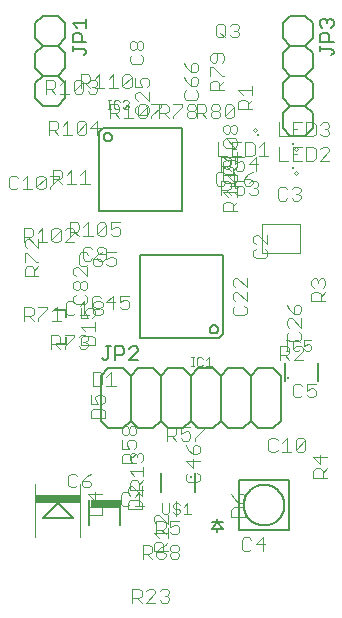
<source format=gbr>
G04 EAGLE Gerber RS-274X export*
G75*
%MOMM*%
%FSLAX34Y34*%
%LPD*%
%INSilkscreen Top*%
%IPPOS*%
%AMOC8*
5,1,8,0,0,1.08239X$1,22.5*%
G01*
%ADD10C,0.101600*%
%ADD11C,0.152400*%
%ADD12C,0.076200*%
%ADD13C,0.063400*%
%ADD14C,0.250000*%
%ADD15R,3.810000X0.635000*%
%ADD16C,0.127000*%
%ADD17C,0.200000*%
%ADD18C,0.100000*%
%ADD19C,0.203200*%
%ADD20R,2.450000X0.675000*%


D10*
X-8310Y443640D02*
X-10259Y445589D01*
X-14157Y445589D01*
X-16105Y443640D01*
X-16105Y435844D01*
X-14157Y433896D01*
X-10259Y433896D01*
X-8310Y435844D01*
X-4412Y441691D02*
X-514Y445589D01*
X-514Y433896D01*
X-4412Y433896D02*
X3384Y433896D01*
X7282Y435844D02*
X7282Y443640D01*
X9231Y445589D01*
X13129Y445589D01*
X15078Y443640D01*
X15078Y435844D01*
X13129Y433896D01*
X9231Y433896D01*
X7282Y435844D01*
X15078Y443640D01*
X18976Y445589D02*
X26772Y445589D01*
X26772Y443640D01*
X18976Y435844D01*
X18976Y433896D01*
X165105Y448764D02*
X167054Y446815D01*
X165105Y448764D02*
X161207Y448764D01*
X159258Y446815D01*
X159258Y439019D01*
X161207Y437071D01*
X165105Y437071D01*
X167054Y439019D01*
X170952Y444866D02*
X174850Y448764D01*
X174850Y437071D01*
X170952Y437071D02*
X178748Y437071D01*
X186544Y446815D02*
X190442Y448764D01*
X186544Y446815D02*
X182646Y442917D01*
X182646Y439019D01*
X184595Y437071D01*
X188493Y437071D01*
X190442Y439019D01*
X190442Y440968D01*
X188493Y442917D01*
X182646Y442917D01*
X92935Y505035D02*
X90986Y503086D01*
X90986Y499188D01*
X92935Y497239D01*
X100731Y497239D01*
X102680Y499188D01*
X102680Y503086D01*
X100731Y505035D01*
X102680Y508933D02*
X102680Y516728D01*
X102680Y508933D02*
X94884Y516728D01*
X92935Y516728D01*
X90986Y514779D01*
X90986Y510881D01*
X92935Y508933D01*
X90986Y520626D02*
X90986Y528422D01*
X90986Y520626D02*
X96833Y520626D01*
X94884Y524524D01*
X94884Y526473D01*
X96833Y528422D01*
X100731Y528422D01*
X102680Y526473D01*
X102680Y522575D01*
X100731Y520626D01*
X49061Y380502D02*
X51010Y378553D01*
X49061Y380502D02*
X45163Y380502D01*
X43214Y378553D01*
X43214Y370757D01*
X45163Y368808D01*
X49061Y368808D01*
X51010Y370757D01*
X58805Y378553D02*
X62703Y380502D01*
X58805Y378553D02*
X54908Y374655D01*
X54908Y370757D01*
X56856Y368808D01*
X60754Y368808D01*
X62703Y370757D01*
X62703Y372706D01*
X60754Y374655D01*
X54908Y374655D01*
X66601Y380502D02*
X74397Y380502D01*
X66601Y380502D02*
X66601Y374655D01*
X70499Y376604D01*
X72448Y376604D01*
X74397Y374655D01*
X74397Y370757D01*
X72448Y368808D01*
X68550Y368808D01*
X66601Y370757D01*
X132261Y515786D02*
X134210Y517735D01*
X132261Y515786D02*
X132261Y511888D01*
X134210Y509939D01*
X142006Y509939D01*
X143955Y511888D01*
X143955Y515786D01*
X142006Y517735D01*
X134210Y525530D02*
X132261Y529428D01*
X134210Y525530D02*
X138108Y521633D01*
X142006Y521633D01*
X143955Y523581D01*
X143955Y527479D01*
X142006Y529428D01*
X140057Y529428D01*
X138108Y527479D01*
X138108Y521633D01*
X134210Y537224D02*
X132261Y541122D01*
X134210Y537224D02*
X138108Y533326D01*
X142006Y533326D01*
X143955Y535275D01*
X143955Y539173D01*
X142006Y541122D01*
X140057Y541122D01*
X138108Y539173D01*
X138108Y533326D01*
X54908Y278902D02*
X54908Y267208D01*
X60755Y267208D01*
X62704Y269157D01*
X62704Y276953D01*
X60755Y278902D01*
X54908Y278902D01*
X66602Y275004D02*
X70499Y278902D01*
X70499Y267208D01*
X66602Y267208D02*
X74397Y267208D01*
X-3405Y389446D02*
X-3405Y401139D01*
X2442Y401139D01*
X4391Y399190D01*
X4391Y395292D01*
X2442Y393343D01*
X-3405Y393343D01*
X493Y393343D02*
X4391Y389446D01*
X8289Y397241D02*
X12186Y401139D01*
X12186Y389446D01*
X8289Y389446D02*
X16084Y389446D01*
X19982Y391394D02*
X19982Y399190D01*
X21931Y401139D01*
X25829Y401139D01*
X27778Y399190D01*
X27778Y391394D01*
X25829Y389446D01*
X21931Y389446D01*
X19982Y391394D01*
X27778Y399190D01*
X31676Y389446D02*
X39472Y389446D01*
X39472Y397241D02*
X31676Y389446D01*
X39472Y397241D02*
X39472Y399190D01*
X37523Y401139D01*
X33625Y401139D01*
X31676Y399190D01*
X15645Y514858D02*
X15645Y526552D01*
X21492Y526552D01*
X23441Y524603D01*
X23441Y520705D01*
X21492Y518756D01*
X15645Y518756D01*
X19543Y518756D02*
X23441Y514858D01*
X27339Y522654D02*
X31236Y526552D01*
X31236Y514858D01*
X27339Y514858D02*
X35134Y514858D01*
X39032Y516807D02*
X39032Y524603D01*
X40981Y526552D01*
X44879Y526552D01*
X46828Y524603D01*
X46828Y516807D01*
X44879Y514858D01*
X40981Y514858D01*
X39032Y516807D01*
X46828Y524603D01*
X50726Y524603D02*
X52675Y526552D01*
X56573Y526552D01*
X58522Y524603D01*
X58522Y522654D01*
X56573Y520705D01*
X54624Y520705D01*
X56573Y520705D02*
X58522Y518756D01*
X58522Y516807D01*
X56573Y514858D01*
X52675Y514858D01*
X50726Y516807D01*
X17971Y491627D02*
X17971Y479933D01*
X17971Y491627D02*
X23817Y491627D01*
X25766Y489678D01*
X25766Y485780D01*
X23817Y483831D01*
X17971Y483831D01*
X21868Y483831D02*
X25766Y479933D01*
X29664Y487729D02*
X33562Y491627D01*
X33562Y479933D01*
X29664Y479933D02*
X37460Y479933D01*
X41358Y481882D02*
X41358Y489678D01*
X43307Y491627D01*
X47205Y491627D01*
X49154Y489678D01*
X49154Y481882D01*
X47205Y479933D01*
X43307Y479933D01*
X41358Y481882D01*
X49154Y489678D01*
X58899Y491627D02*
X58899Y479933D01*
X53052Y485780D02*
X58899Y491627D01*
X60848Y485780D02*
X53052Y485780D01*
X35433Y405902D02*
X35433Y394208D01*
X35433Y405902D02*
X41280Y405902D01*
X43229Y403953D01*
X43229Y400055D01*
X41280Y398106D01*
X35433Y398106D01*
X39331Y398106D02*
X43229Y394208D01*
X47127Y402004D02*
X51025Y405902D01*
X51025Y394208D01*
X47127Y394208D02*
X54923Y394208D01*
X58821Y396157D02*
X58821Y403953D01*
X60770Y405902D01*
X64668Y405902D01*
X66617Y403953D01*
X66617Y396157D01*
X64668Y394208D01*
X60770Y394208D01*
X58821Y396157D01*
X66617Y403953D01*
X70515Y405902D02*
X78311Y405902D01*
X70515Y405902D02*
X70515Y400055D01*
X74413Y402004D01*
X76362Y402004D01*
X78311Y400055D01*
X78311Y396157D01*
X76362Y394208D01*
X72464Y394208D01*
X70515Y396157D01*
X69620Y494221D02*
X69620Y505914D01*
X75467Y505914D01*
X77416Y503965D01*
X77416Y500067D01*
X75467Y498118D01*
X69620Y498118D01*
X73518Y498118D02*
X77416Y494221D01*
X81314Y502016D02*
X85211Y505914D01*
X85211Y494221D01*
X81314Y494221D02*
X89109Y494221D01*
X93007Y496169D02*
X93007Y503965D01*
X94956Y505914D01*
X98854Y505914D01*
X100803Y503965D01*
X100803Y496169D01*
X98854Y494221D01*
X94956Y494221D01*
X93007Y496169D01*
X100803Y503965D01*
X104701Y505914D02*
X112497Y505914D01*
X112497Y503965D01*
X104701Y496169D01*
X104701Y494221D01*
X165598Y445857D02*
X177292Y445857D01*
X165598Y445857D02*
X165598Y451704D01*
X167547Y453653D01*
X171445Y453653D01*
X173394Y451704D01*
X173394Y445857D01*
X173394Y449755D02*
X177292Y453653D01*
X169496Y457551D02*
X165598Y461449D01*
X177292Y461449D01*
X177292Y457551D02*
X177292Y465347D01*
X175343Y469245D02*
X167547Y469245D01*
X165598Y471194D01*
X165598Y475092D01*
X167547Y477041D01*
X175343Y477041D01*
X177292Y475092D01*
X177292Y471194D01*
X175343Y469245D01*
X167547Y477041D01*
X167547Y480939D02*
X165598Y482888D01*
X165598Y486786D01*
X167547Y488735D01*
X169496Y488735D01*
X171445Y486786D01*
X173394Y488735D01*
X175343Y488735D01*
X177292Y486786D01*
X177292Y482888D01*
X175343Y480939D01*
X173394Y480939D01*
X171445Y482888D01*
X169496Y480939D01*
X167547Y480939D01*
X171445Y482888D02*
X171445Y486786D01*
X177292Y415695D02*
X165598Y415695D01*
X165598Y421542D01*
X167547Y423491D01*
X171445Y423491D01*
X173394Y421542D01*
X173394Y415695D01*
X173394Y419593D02*
X177292Y423491D01*
X169496Y427389D02*
X165598Y431286D01*
X177292Y431286D01*
X177292Y427389D02*
X177292Y435184D01*
X175343Y439082D02*
X167547Y439082D01*
X165598Y441031D01*
X165598Y444929D01*
X167547Y446878D01*
X175343Y446878D01*
X177292Y444929D01*
X177292Y441031D01*
X175343Y439082D01*
X167547Y446878D01*
X175343Y450776D02*
X177292Y452725D01*
X177292Y456623D01*
X175343Y458572D01*
X167547Y458572D01*
X165598Y456623D01*
X165598Y452725D01*
X167547Y450776D01*
X169496Y450776D01*
X171445Y452725D01*
X171445Y458572D01*
X44958Y519621D02*
X44958Y531314D01*
X50805Y531314D01*
X52754Y529365D01*
X52754Y525467D01*
X50805Y523518D01*
X44958Y523518D01*
X48856Y523518D02*
X52754Y519621D01*
X56652Y527416D02*
X60550Y531314D01*
X60550Y519621D01*
X56652Y519621D02*
X64448Y519621D01*
X68346Y527416D02*
X72244Y531314D01*
X72244Y519621D01*
X68346Y519621D02*
X76142Y519621D01*
X80040Y521569D02*
X80040Y529365D01*
X81989Y531314D01*
X85887Y531314D01*
X87836Y529365D01*
X87836Y521569D01*
X85887Y519621D01*
X81989Y519621D01*
X80040Y521569D01*
X87836Y529365D01*
X-2824Y334464D02*
X-2824Y322771D01*
X-2824Y334464D02*
X3023Y334464D01*
X4972Y332515D01*
X4972Y328617D01*
X3023Y326668D01*
X-2824Y326668D01*
X1074Y326668D02*
X4972Y322771D01*
X8870Y334464D02*
X16666Y334464D01*
X16666Y332515D01*
X8870Y324719D01*
X8870Y322771D01*
X20564Y330566D02*
X24462Y334464D01*
X24462Y322771D01*
X20564Y322771D02*
X28360Y322771D01*
X9017Y360871D02*
X-2677Y360871D01*
X-2677Y366717D01*
X-728Y368666D01*
X3170Y368666D01*
X5119Y366717D01*
X5119Y360871D01*
X5119Y364768D02*
X9017Y368666D01*
X-2677Y372564D02*
X-2677Y380360D01*
X-728Y380360D01*
X7068Y372564D01*
X9017Y372564D01*
X9017Y384258D02*
X9017Y392054D01*
X9017Y384258D02*
X1221Y392054D01*
X-728Y392054D01*
X-2677Y390105D01*
X-2677Y386207D01*
X-728Y384258D01*
X19558Y310652D02*
X19558Y298958D01*
X19558Y310652D02*
X25405Y310652D01*
X27354Y308703D01*
X27354Y304805D01*
X25405Y302856D01*
X19558Y302856D01*
X23456Y302856D02*
X27354Y298958D01*
X31252Y310652D02*
X39048Y310652D01*
X39048Y308703D01*
X31252Y300907D01*
X31252Y298958D01*
X42946Y308703D02*
X44895Y310652D01*
X48793Y310652D01*
X50742Y308703D01*
X50742Y306754D01*
X48793Y304805D01*
X46844Y304805D01*
X48793Y304805D02*
X50742Y302856D01*
X50742Y300907D01*
X48793Y298958D01*
X44895Y298958D01*
X42946Y300907D01*
X111476Y494221D02*
X111476Y505914D01*
X117323Y505914D01*
X119272Y503965D01*
X119272Y500067D01*
X117323Y498118D01*
X111476Y498118D01*
X115374Y498118D02*
X119272Y494221D01*
X123170Y505914D02*
X130966Y505914D01*
X130966Y503965D01*
X123170Y496169D01*
X123170Y494221D01*
X134864Y503965D02*
X136813Y505914D01*
X140711Y505914D01*
X142660Y503965D01*
X142660Y502016D01*
X140711Y500067D01*
X142660Y498118D01*
X142660Y496169D01*
X140711Y494221D01*
X136813Y494221D01*
X134864Y496169D01*
X134864Y498118D01*
X136813Y500067D01*
X134864Y502016D01*
X134864Y503965D01*
X136813Y500067D02*
X140711Y500067D01*
X154486Y517876D02*
X166180Y517876D01*
X154486Y517876D02*
X154486Y523723D01*
X156435Y525672D01*
X160333Y525672D01*
X162282Y523723D01*
X162282Y517876D01*
X162282Y521774D02*
X166180Y525672D01*
X154486Y529570D02*
X154486Y537366D01*
X156435Y537366D01*
X164231Y529570D01*
X166180Y529570D01*
X164231Y541264D02*
X166180Y543213D01*
X166180Y547111D01*
X164231Y549060D01*
X156435Y549060D01*
X154486Y547111D01*
X154486Y543213D01*
X156435Y541264D01*
X158384Y541264D01*
X160333Y543213D01*
X160333Y549060D01*
X143226Y505914D02*
X143226Y494221D01*
X143226Y505914D02*
X149073Y505914D01*
X151022Y503965D01*
X151022Y500067D01*
X149073Y498118D01*
X143226Y498118D01*
X147124Y498118D02*
X151022Y494221D01*
X154920Y503965D02*
X156869Y505914D01*
X160767Y505914D01*
X162716Y503965D01*
X162716Y502016D01*
X160767Y500067D01*
X162716Y498118D01*
X162716Y496169D01*
X160767Y494221D01*
X156869Y494221D01*
X154920Y496169D01*
X154920Y498118D01*
X156869Y500067D01*
X154920Y502016D01*
X154920Y503965D01*
X156869Y500067D02*
X160767Y500067D01*
X166614Y496169D02*
X166614Y503965D01*
X168563Y505914D01*
X172461Y505914D01*
X174410Y503965D01*
X174410Y496169D01*
X172461Y494221D01*
X168563Y494221D01*
X166614Y496169D01*
X174410Y503965D01*
D11*
X130300Y485900D02*
X130300Y415800D01*
X60200Y415800D01*
X60200Y482350D01*
X63750Y485900D02*
X130300Y485900D01*
X63750Y485900D02*
X60200Y482350D01*
X64226Y478282D02*
X64228Y478401D01*
X64234Y478521D01*
X64244Y478640D01*
X64258Y478758D01*
X64276Y478876D01*
X64297Y478994D01*
X64323Y479110D01*
X64352Y479226D01*
X64386Y479341D01*
X64423Y479454D01*
X64464Y479566D01*
X64508Y479677D01*
X64556Y479787D01*
X64608Y479894D01*
X64663Y480000D01*
X64722Y480104D01*
X64785Y480206D01*
X64850Y480305D01*
X64919Y480403D01*
X64991Y480498D01*
X65066Y480591D01*
X65145Y480681D01*
X65226Y480769D01*
X65310Y480853D01*
X65397Y480935D01*
X65486Y481014D01*
X65578Y481090D01*
X65673Y481163D01*
X65770Y481233D01*
X65869Y481299D01*
X65971Y481362D01*
X66074Y481422D01*
X66179Y481478D01*
X66286Y481531D01*
X66395Y481580D01*
X66506Y481626D01*
X66618Y481667D01*
X66731Y481705D01*
X66845Y481740D01*
X66961Y481770D01*
X67077Y481797D01*
X67194Y481819D01*
X67312Y481838D01*
X67431Y481853D01*
X67550Y481864D01*
X67669Y481871D01*
X67788Y481874D01*
X67908Y481873D01*
X68027Y481868D01*
X68146Y481859D01*
X68265Y481846D01*
X68383Y481829D01*
X68500Y481809D01*
X68617Y481784D01*
X68733Y481755D01*
X68848Y481723D01*
X68962Y481687D01*
X69075Y481647D01*
X69186Y481603D01*
X69295Y481556D01*
X69403Y481505D01*
X69510Y481451D01*
X69614Y481393D01*
X69716Y481331D01*
X69817Y481267D01*
X69915Y481198D01*
X70011Y481127D01*
X70104Y481053D01*
X70195Y480975D01*
X70283Y480895D01*
X70368Y480811D01*
X70451Y480725D01*
X70531Y480636D01*
X70608Y480545D01*
X70681Y480451D01*
X70752Y480354D01*
X70819Y480256D01*
X70883Y480155D01*
X70944Y480052D01*
X71001Y479947D01*
X71054Y479841D01*
X71104Y479732D01*
X71151Y479622D01*
X71193Y479511D01*
X71232Y479398D01*
X71268Y479284D01*
X71299Y479168D01*
X71326Y479052D01*
X71350Y478935D01*
X71370Y478817D01*
X71386Y478699D01*
X71398Y478580D01*
X71406Y478461D01*
X71410Y478342D01*
X71410Y478222D01*
X71406Y478103D01*
X71398Y477984D01*
X71386Y477865D01*
X71370Y477747D01*
X71350Y477629D01*
X71326Y477512D01*
X71299Y477396D01*
X71268Y477280D01*
X71232Y477166D01*
X71193Y477053D01*
X71151Y476942D01*
X71104Y476832D01*
X71054Y476723D01*
X71001Y476617D01*
X70944Y476512D01*
X70883Y476409D01*
X70819Y476308D01*
X70752Y476210D01*
X70681Y476113D01*
X70608Y476019D01*
X70531Y475928D01*
X70451Y475839D01*
X70368Y475753D01*
X70283Y475669D01*
X70195Y475589D01*
X70104Y475511D01*
X70011Y475437D01*
X69915Y475366D01*
X69817Y475297D01*
X69716Y475233D01*
X69614Y475171D01*
X69510Y475113D01*
X69403Y475059D01*
X69295Y475008D01*
X69186Y474961D01*
X69075Y474917D01*
X68962Y474877D01*
X68848Y474841D01*
X68733Y474809D01*
X68617Y474780D01*
X68500Y474755D01*
X68383Y474735D01*
X68265Y474718D01*
X68146Y474705D01*
X68027Y474696D01*
X67908Y474691D01*
X67788Y474690D01*
X67669Y474693D01*
X67550Y474700D01*
X67431Y474711D01*
X67312Y474726D01*
X67194Y474745D01*
X67077Y474767D01*
X66961Y474794D01*
X66845Y474824D01*
X66731Y474859D01*
X66618Y474897D01*
X66506Y474938D01*
X66395Y474984D01*
X66286Y475033D01*
X66179Y475086D01*
X66074Y475142D01*
X65971Y475202D01*
X65869Y475265D01*
X65770Y475331D01*
X65673Y475401D01*
X65578Y475474D01*
X65486Y475550D01*
X65397Y475629D01*
X65310Y475711D01*
X65226Y475795D01*
X65145Y475883D01*
X65066Y475973D01*
X64991Y476066D01*
X64919Y476161D01*
X64850Y476259D01*
X64785Y476358D01*
X64722Y476460D01*
X64663Y476564D01*
X64608Y476670D01*
X64556Y476777D01*
X64508Y476887D01*
X64464Y476998D01*
X64423Y477110D01*
X64386Y477223D01*
X64352Y477338D01*
X64323Y477454D01*
X64297Y477570D01*
X64276Y477688D01*
X64258Y477806D01*
X64244Y477924D01*
X64234Y478043D01*
X64228Y478163D01*
X64226Y478282D01*
D12*
X67945Y502031D02*
X70402Y502031D01*
X69174Y502031D02*
X69174Y509403D01*
X70402Y509403D02*
X67945Y509403D01*
X76621Y509403D02*
X77849Y508175D01*
X76621Y509403D02*
X74163Y509403D01*
X72934Y508175D01*
X72934Y503260D01*
X74163Y502031D01*
X76621Y502031D01*
X77849Y503260D01*
X80419Y508175D02*
X81647Y509403D01*
X84105Y509403D01*
X85333Y508175D01*
X85333Y506946D01*
X84105Y505717D01*
X82876Y505717D01*
X84105Y505717D02*
X85333Y504488D01*
X85333Y503260D01*
X84105Y502031D01*
X81647Y502031D01*
X80419Y503260D01*
D10*
X192947Y383379D02*
X190998Y381430D01*
X190998Y377532D01*
X192947Y375583D01*
X200743Y375583D01*
X202692Y377532D01*
X202692Y381430D01*
X200743Y383379D01*
X202692Y387277D02*
X202692Y395072D01*
X202692Y387277D02*
X194896Y395072D01*
X192947Y395072D01*
X190998Y393123D01*
X190998Y389225D01*
X192947Y387277D01*
X219441Y434115D02*
X217492Y436064D01*
X213594Y436064D01*
X211646Y434115D01*
X211646Y426319D01*
X213594Y424371D01*
X217492Y424371D01*
X219441Y426319D01*
X223339Y434115D02*
X225288Y436064D01*
X229186Y436064D01*
X231135Y434115D01*
X231135Y432166D01*
X229186Y430217D01*
X227237Y430217D01*
X229186Y430217D02*
X231135Y428268D01*
X231135Y426319D01*
X229186Y424371D01*
X225288Y424371D01*
X223339Y426319D01*
X221522Y312947D02*
X219573Y310998D01*
X219573Y307100D01*
X221522Y305151D01*
X229318Y305151D01*
X231267Y307100D01*
X231267Y310998D01*
X229318Y312947D01*
X231267Y316845D02*
X231267Y324641D01*
X231267Y316845D02*
X223471Y324641D01*
X221522Y324641D01*
X219573Y322692D01*
X219573Y318794D01*
X221522Y316845D01*
X221522Y332437D02*
X219573Y336335D01*
X221522Y332437D02*
X225420Y328539D01*
X229318Y328539D01*
X231267Y330488D01*
X231267Y334386D01*
X229318Y336335D01*
X227369Y336335D01*
X225420Y334386D01*
X225420Y328539D01*
X21146Y438658D02*
X21146Y450352D01*
X26992Y450352D01*
X28941Y448403D01*
X28941Y444505D01*
X26992Y442556D01*
X21146Y442556D01*
X25043Y442556D02*
X28941Y438658D01*
X32839Y446454D02*
X36737Y450352D01*
X36737Y438658D01*
X32839Y438658D02*
X40635Y438658D01*
X44533Y446454D02*
X48431Y450352D01*
X48431Y438658D01*
X44533Y438658D02*
X52329Y438658D01*
X40547Y344697D02*
X38598Y342748D01*
X38598Y338850D01*
X40547Y336901D01*
X48343Y336901D01*
X50292Y338850D01*
X50292Y342748D01*
X48343Y344697D01*
X40547Y348595D02*
X38598Y350544D01*
X38598Y354442D01*
X40547Y356391D01*
X42496Y356391D01*
X44445Y354442D01*
X46394Y356391D01*
X48343Y356391D01*
X50292Y354442D01*
X50292Y350544D01*
X48343Y348595D01*
X46394Y348595D01*
X44445Y350544D01*
X42496Y348595D01*
X40547Y348595D01*
X44445Y350544D02*
X44445Y354442D01*
X50292Y360289D02*
X50292Y368085D01*
X50292Y360289D02*
X42496Y368085D01*
X40547Y368085D01*
X38598Y366136D01*
X38598Y362238D01*
X40547Y360289D01*
X60330Y343989D02*
X62279Y342040D01*
X60330Y343989D02*
X56432Y343989D01*
X54483Y342040D01*
X54483Y334244D01*
X56432Y332296D01*
X60330Y332296D01*
X62279Y334244D01*
X72024Y332296D02*
X72024Y343989D01*
X66177Y338142D01*
X73973Y338142D01*
X77871Y343989D02*
X85667Y343989D01*
X77871Y343989D02*
X77871Y338142D01*
X81769Y340091D01*
X83718Y340091D01*
X85667Y338142D01*
X85667Y334244D01*
X83718Y332296D01*
X79820Y332296D01*
X77871Y334244D01*
D11*
X32004Y331724D02*
X23876Y331724D01*
X32004Y331724D02*
X32004Y326136D01*
X32004Y303276D02*
X23876Y303276D01*
X32004Y303276D02*
X32004Y308864D01*
D10*
X44948Y301976D02*
X56642Y301976D01*
X56642Y307823D01*
X54693Y309772D01*
X46897Y309772D01*
X44948Y307823D01*
X44948Y301976D01*
X48846Y313670D02*
X44948Y317568D01*
X56642Y317568D01*
X56642Y313670D02*
X56642Y321466D01*
X44948Y325364D02*
X44948Y333160D01*
X44948Y325364D02*
X50795Y325364D01*
X48846Y329262D01*
X48846Y331211D01*
X50795Y333160D01*
X54693Y333160D01*
X56642Y331211D01*
X56642Y327313D01*
X54693Y325364D01*
X163864Y429133D02*
X163864Y440827D01*
X169711Y440827D01*
X171660Y438878D01*
X171660Y434980D01*
X169711Y433031D01*
X163864Y433031D01*
X167762Y433031D02*
X171660Y429133D01*
X175558Y440827D02*
X183353Y440827D01*
X175558Y440827D02*
X175558Y434980D01*
X179455Y436929D01*
X181404Y436929D01*
X183353Y434980D01*
X183353Y431082D01*
X181404Y429133D01*
X177506Y429133D01*
X175558Y431082D01*
X187251Y438878D02*
X189200Y440827D01*
X193098Y440827D01*
X195047Y438878D01*
X195047Y436929D01*
X193098Y434980D01*
X191149Y434980D01*
X193098Y434980D02*
X195047Y433031D01*
X195047Y431082D01*
X193098Y429133D01*
X189200Y429133D01*
X187251Y431082D01*
D13*
X225263Y447425D02*
X227013Y449175D01*
X228513Y447675D01*
X226763Y445925D01*
X225263Y447425D01*
D14*
X224263Y451675D03*
D10*
X212521Y458183D02*
X212521Y469877D01*
X212521Y458183D02*
X220316Y458183D01*
X224214Y469877D02*
X232010Y469877D01*
X224214Y469877D02*
X224214Y458183D01*
X232010Y458183D01*
X228112Y464030D02*
X224214Y464030D01*
X235908Y469877D02*
X235908Y458183D01*
X241755Y458183D01*
X243704Y460132D01*
X243704Y467928D01*
X241755Y469877D01*
X235908Y469877D01*
X247602Y458183D02*
X255398Y458183D01*
X247602Y458183D02*
X255398Y465979D01*
X255398Y467928D01*
X253449Y469877D01*
X249551Y469877D01*
X247602Y467928D01*
X163864Y461464D02*
X163864Y449771D01*
X163864Y461464D02*
X169711Y461464D01*
X171660Y459515D01*
X171660Y455617D01*
X169711Y453668D01*
X163864Y453668D01*
X167762Y453668D02*
X171660Y449771D01*
X175558Y461464D02*
X183353Y461464D01*
X175558Y461464D02*
X175558Y455617D01*
X179455Y457566D01*
X181404Y457566D01*
X183353Y455617D01*
X183353Y451719D01*
X181404Y449771D01*
X177506Y449771D01*
X175558Y451719D01*
X193098Y449771D02*
X193098Y461464D01*
X187251Y455617D01*
X195047Y455617D01*
D13*
X225263Y468063D02*
X227013Y469813D01*
X228513Y468313D01*
X226763Y466563D01*
X225263Y468063D01*
D14*
X224263Y472313D03*
D10*
X212521Y478821D02*
X212521Y490514D01*
X212521Y478821D02*
X220316Y478821D01*
X224214Y490514D02*
X232010Y490514D01*
X224214Y490514D02*
X224214Y478821D01*
X232010Y478821D01*
X228112Y484667D02*
X224214Y484667D01*
X235908Y478821D02*
X235908Y490514D01*
X235908Y478821D02*
X241755Y478821D01*
X243704Y480769D01*
X243704Y488565D01*
X241755Y490514D01*
X235908Y490514D01*
X247602Y488565D02*
X249551Y490514D01*
X253449Y490514D01*
X255398Y488565D01*
X255398Y486616D01*
X253449Y484667D01*
X251500Y484667D01*
X253449Y484667D02*
X255398Y482718D01*
X255398Y480769D01*
X253449Y478821D01*
X249551Y478821D01*
X247602Y480769D01*
X97189Y132852D02*
X97189Y121158D01*
X97189Y132852D02*
X103036Y132852D01*
X104985Y130903D01*
X104985Y127005D01*
X103036Y125056D01*
X97189Y125056D01*
X101087Y125056D02*
X104985Y121158D01*
X112780Y130903D02*
X116678Y132852D01*
X112780Y130903D02*
X108883Y127005D01*
X108883Y123107D01*
X110831Y121158D01*
X114729Y121158D01*
X116678Y123107D01*
X116678Y125056D01*
X114729Y127005D01*
X108883Y127005D01*
X120576Y130903D02*
X122525Y132852D01*
X126423Y132852D01*
X128372Y130903D01*
X128372Y128954D01*
X126423Y127005D01*
X128372Y125056D01*
X128372Y123107D01*
X126423Y121158D01*
X122525Y121158D01*
X120576Y123107D01*
X120576Y125056D01*
X122525Y127005D01*
X120576Y128954D01*
X120576Y130903D01*
X122525Y127005D02*
X126423Y127005D01*
X39897Y337278D02*
X37948Y339227D01*
X34050Y339227D01*
X32101Y337278D01*
X32101Y329482D01*
X34050Y327533D01*
X37948Y327533D01*
X39897Y329482D01*
X43795Y335329D02*
X47693Y339227D01*
X47693Y327533D01*
X43795Y327533D02*
X51591Y327533D01*
X55489Y337278D02*
X57438Y339227D01*
X61336Y339227D01*
X63285Y337278D01*
X63285Y335329D01*
X61336Y333380D01*
X63285Y331431D01*
X63285Y329482D01*
X61336Y327533D01*
X57438Y327533D01*
X55489Y329482D01*
X55489Y331431D01*
X57438Y333380D01*
X55489Y335329D01*
X55489Y337278D01*
X57438Y333380D02*
X61336Y333380D01*
X173536Y333380D02*
X175485Y335329D01*
X173536Y333380D02*
X173536Y329482D01*
X175485Y327533D01*
X183281Y327533D01*
X185230Y329482D01*
X185230Y333380D01*
X183281Y335329D01*
X185230Y339227D02*
X185230Y347023D01*
X185230Y339227D02*
X177434Y347023D01*
X175485Y347023D01*
X173536Y345074D01*
X173536Y341176D01*
X175485Y339227D01*
X185230Y350921D02*
X185230Y358717D01*
X185230Y350921D02*
X177434Y358717D01*
X175485Y358717D01*
X173536Y356768D01*
X173536Y352870D01*
X175485Y350921D01*
X6200Y184325D02*
X6200Y139525D01*
X44600Y139525D02*
X44600Y184325D01*
D15*
X25400Y171450D03*
D16*
X25400Y168275D02*
X12700Y155575D01*
X38100Y155575D01*
X25400Y168275D01*
D10*
X51298Y158095D02*
X62992Y158095D01*
X62992Y163942D01*
X61043Y165891D01*
X53247Y165891D01*
X51298Y163942D01*
X51298Y158095D01*
X51298Y175636D02*
X62992Y175636D01*
X57145Y169789D02*
X51298Y175636D01*
X57145Y177585D02*
X57145Y169789D01*
X178298Y502158D02*
X189992Y502158D01*
X178298Y502158D02*
X178298Y508005D01*
X180247Y509954D01*
X184145Y509954D01*
X186094Y508005D01*
X186094Y502158D01*
X186094Y506056D02*
X189992Y509954D01*
X182196Y513852D02*
X178298Y517750D01*
X189992Y517750D01*
X189992Y513852D02*
X189992Y521648D01*
D13*
X193838Y484438D02*
X192088Y482688D01*
X190588Y484188D01*
X192338Y485938D01*
X193838Y484438D01*
D14*
X194838Y480188D03*
D10*
X160820Y473689D02*
X160820Y461996D01*
X168616Y461996D01*
X172514Y473689D02*
X180309Y473689D01*
X172514Y473689D02*
X172514Y461996D01*
X180309Y461996D01*
X176411Y467842D02*
X172514Y467842D01*
X184207Y461996D02*
X184207Y473689D01*
X184207Y461996D02*
X190054Y461996D01*
X192003Y463944D01*
X192003Y471740D01*
X190054Y473689D01*
X184207Y473689D01*
X195901Y469791D02*
X199799Y473689D01*
X199799Y461996D01*
X195901Y461996D02*
X203697Y461996D01*
X88614Y95627D02*
X88614Y83933D01*
X88614Y95627D02*
X94461Y95627D01*
X96410Y93678D01*
X96410Y89780D01*
X94461Y87831D01*
X88614Y87831D01*
X92512Y87831D02*
X96410Y83933D01*
X100308Y83933D02*
X108103Y83933D01*
X100308Y83933D02*
X108103Y91729D01*
X108103Y93678D01*
X106154Y95627D01*
X102256Y95627D01*
X100308Y93678D01*
X112001Y93678D02*
X113950Y95627D01*
X117848Y95627D01*
X119797Y93678D01*
X119797Y91729D01*
X117848Y89780D01*
X115899Y89780D01*
X117848Y89780D02*
X119797Y87831D01*
X119797Y85882D01*
X117848Y83933D01*
X113950Y83933D01*
X112001Y85882D01*
X133848Y192092D02*
X135797Y194041D01*
X133848Y192092D02*
X133848Y188194D01*
X135797Y186246D01*
X143593Y186246D01*
X145542Y188194D01*
X145542Y192092D01*
X143593Y194041D01*
X145542Y203786D02*
X133848Y203786D01*
X139695Y197939D01*
X139695Y205735D01*
X135797Y213531D02*
X133848Y217429D01*
X135797Y213531D02*
X139695Y209633D01*
X143593Y209633D01*
X145542Y211582D01*
X145542Y215480D01*
X143593Y217429D01*
X141644Y217429D01*
X139695Y215480D01*
X139695Y209633D01*
X117983Y221171D02*
X117983Y232864D01*
X123830Y232864D01*
X125779Y230915D01*
X125779Y227017D01*
X123830Y225068D01*
X117983Y225068D01*
X121881Y225068D02*
X125779Y221171D01*
X129677Y232864D02*
X137473Y232864D01*
X129677Y232864D02*
X129677Y227017D01*
X133575Y228966D01*
X135524Y228966D01*
X137473Y227017D01*
X137473Y223119D01*
X135524Y221171D01*
X131626Y221171D01*
X129677Y223119D01*
X141371Y232864D02*
X149167Y232864D01*
X149167Y230915D01*
X141371Y223119D01*
X141371Y221171D01*
X91567Y202121D02*
X79873Y202121D01*
X79873Y207967D01*
X81822Y209916D01*
X85720Y209916D01*
X87669Y207967D01*
X87669Y202121D01*
X87669Y206018D02*
X91567Y209916D01*
X79873Y213814D02*
X79873Y221610D01*
X79873Y213814D02*
X85720Y213814D01*
X83771Y217712D01*
X83771Y219661D01*
X85720Y221610D01*
X89618Y221610D01*
X91567Y219661D01*
X91567Y215763D01*
X89618Y213814D01*
X81822Y225508D02*
X79873Y227457D01*
X79873Y231355D01*
X81822Y233304D01*
X83771Y233304D01*
X85720Y231355D01*
X87669Y233304D01*
X89618Y233304D01*
X91567Y231355D01*
X91567Y227457D01*
X89618Y225508D01*
X87669Y225508D01*
X85720Y227457D01*
X83771Y225508D01*
X81822Y225508D01*
X85720Y227457D02*
X85720Y231355D01*
X86223Y546105D02*
X88172Y548054D01*
X86223Y546105D02*
X86223Y542207D01*
X88172Y540258D01*
X95968Y540258D01*
X97917Y542207D01*
X97917Y546105D01*
X95968Y548054D01*
X88172Y551952D02*
X86223Y553901D01*
X86223Y557799D01*
X88172Y559748D01*
X90121Y559748D01*
X92070Y557799D01*
X94019Y559748D01*
X95968Y559748D01*
X97917Y557799D01*
X97917Y553901D01*
X95968Y551952D01*
X94019Y551952D01*
X92070Y553901D01*
X90121Y551952D01*
X88172Y551952D01*
X92070Y553901D02*
X92070Y557799D01*
D11*
X95125Y377950D02*
X95125Y307850D01*
X95125Y377950D02*
X165225Y377950D01*
X165225Y311400D01*
X161675Y307850D02*
X95125Y307850D01*
X161675Y307850D02*
X165225Y311400D01*
X154015Y315468D02*
X154017Y315587D01*
X154023Y315707D01*
X154033Y315826D01*
X154047Y315944D01*
X154065Y316062D01*
X154086Y316180D01*
X154112Y316296D01*
X154141Y316412D01*
X154175Y316527D01*
X154212Y316640D01*
X154253Y316752D01*
X154297Y316863D01*
X154345Y316973D01*
X154397Y317080D01*
X154452Y317186D01*
X154511Y317290D01*
X154574Y317392D01*
X154639Y317491D01*
X154708Y317589D01*
X154780Y317684D01*
X154855Y317777D01*
X154934Y317867D01*
X155015Y317955D01*
X155099Y318039D01*
X155186Y318121D01*
X155275Y318200D01*
X155367Y318276D01*
X155462Y318349D01*
X155559Y318419D01*
X155658Y318485D01*
X155760Y318548D01*
X155863Y318608D01*
X155968Y318664D01*
X156075Y318717D01*
X156184Y318766D01*
X156295Y318812D01*
X156407Y318853D01*
X156520Y318891D01*
X156634Y318926D01*
X156750Y318956D01*
X156866Y318983D01*
X156983Y319005D01*
X157101Y319024D01*
X157220Y319039D01*
X157339Y319050D01*
X157458Y319057D01*
X157577Y319060D01*
X157697Y319059D01*
X157816Y319054D01*
X157935Y319045D01*
X158054Y319032D01*
X158172Y319015D01*
X158289Y318995D01*
X158406Y318970D01*
X158522Y318941D01*
X158637Y318909D01*
X158751Y318873D01*
X158864Y318833D01*
X158975Y318789D01*
X159084Y318742D01*
X159192Y318691D01*
X159299Y318637D01*
X159403Y318579D01*
X159505Y318517D01*
X159606Y318453D01*
X159704Y318384D01*
X159800Y318313D01*
X159893Y318239D01*
X159984Y318161D01*
X160072Y318081D01*
X160157Y317997D01*
X160240Y317911D01*
X160320Y317822D01*
X160397Y317731D01*
X160470Y317637D01*
X160541Y317540D01*
X160608Y317442D01*
X160672Y317341D01*
X160733Y317238D01*
X160790Y317133D01*
X160843Y317027D01*
X160893Y316918D01*
X160940Y316808D01*
X160982Y316697D01*
X161021Y316584D01*
X161057Y316470D01*
X161088Y316354D01*
X161115Y316238D01*
X161139Y316121D01*
X161159Y316003D01*
X161175Y315885D01*
X161187Y315766D01*
X161195Y315647D01*
X161199Y315528D01*
X161199Y315408D01*
X161195Y315289D01*
X161187Y315170D01*
X161175Y315051D01*
X161159Y314933D01*
X161139Y314815D01*
X161115Y314698D01*
X161088Y314582D01*
X161057Y314466D01*
X161021Y314352D01*
X160982Y314239D01*
X160940Y314128D01*
X160893Y314018D01*
X160843Y313909D01*
X160790Y313803D01*
X160733Y313698D01*
X160672Y313595D01*
X160608Y313494D01*
X160541Y313396D01*
X160470Y313299D01*
X160397Y313205D01*
X160320Y313114D01*
X160240Y313025D01*
X160157Y312939D01*
X160072Y312855D01*
X159984Y312775D01*
X159893Y312697D01*
X159800Y312623D01*
X159704Y312552D01*
X159606Y312483D01*
X159505Y312419D01*
X159403Y312357D01*
X159299Y312299D01*
X159192Y312245D01*
X159084Y312194D01*
X158975Y312147D01*
X158864Y312103D01*
X158751Y312063D01*
X158637Y312027D01*
X158522Y311995D01*
X158406Y311966D01*
X158289Y311941D01*
X158172Y311921D01*
X158054Y311904D01*
X157935Y311891D01*
X157816Y311882D01*
X157697Y311877D01*
X157577Y311876D01*
X157458Y311879D01*
X157339Y311886D01*
X157220Y311897D01*
X157101Y311912D01*
X156983Y311931D01*
X156866Y311953D01*
X156750Y311980D01*
X156634Y312010D01*
X156520Y312045D01*
X156407Y312083D01*
X156295Y312124D01*
X156184Y312170D01*
X156075Y312219D01*
X155968Y312272D01*
X155863Y312328D01*
X155760Y312388D01*
X155658Y312451D01*
X155559Y312517D01*
X155462Y312587D01*
X155367Y312660D01*
X155275Y312736D01*
X155186Y312815D01*
X155099Y312897D01*
X155015Y312981D01*
X154934Y313069D01*
X154855Y313159D01*
X154780Y313252D01*
X154708Y313347D01*
X154639Y313445D01*
X154574Y313544D01*
X154511Y313646D01*
X154452Y313750D01*
X154397Y313856D01*
X154345Y313963D01*
X154297Y314073D01*
X154253Y314184D01*
X154212Y314296D01*
X154175Y314409D01*
X154141Y314524D01*
X154112Y314640D01*
X154086Y314756D01*
X154065Y314874D01*
X154047Y314992D01*
X154033Y315110D01*
X154023Y315229D01*
X154017Y315349D01*
X154015Y315468D01*
D12*
X140742Y284353D02*
X138284Y284353D01*
X139513Y284353D02*
X139513Y291725D01*
X138284Y291725D02*
X140742Y291725D01*
X146960Y291725D02*
X148189Y290497D01*
X146960Y291725D02*
X144502Y291725D01*
X143274Y290497D01*
X143274Y285582D01*
X144502Y284353D01*
X146960Y284353D01*
X148189Y285582D01*
X150758Y289268D02*
X153215Y291725D01*
X153215Y284353D01*
X150758Y284353D02*
X155673Y284353D01*
D11*
X31750Y561975D02*
X31750Y574675D01*
X31750Y561975D02*
X25400Y555625D01*
X12700Y555625D01*
X6350Y561975D01*
X25400Y555625D02*
X31750Y549275D01*
X31750Y536575D01*
X25400Y530225D01*
X12700Y530225D01*
X6350Y536575D01*
X6350Y549275D01*
X12700Y555625D01*
X12700Y581025D02*
X25400Y581025D01*
X31750Y574675D01*
X12700Y581025D02*
X6350Y574675D01*
X6350Y561975D01*
X25400Y530225D02*
X31750Y523875D01*
X31750Y511175D01*
X25400Y504825D01*
X12700Y504825D01*
X6350Y511175D01*
X6350Y523875D01*
X12700Y530225D01*
D16*
X47496Y547340D02*
X49403Y549247D01*
X49403Y551153D01*
X47496Y553060D01*
X37963Y553060D01*
X37963Y551153D02*
X37963Y554967D01*
X37963Y559034D02*
X49403Y559034D01*
X37963Y559034D02*
X37963Y564754D01*
X39870Y566661D01*
X43683Y566661D01*
X45590Y564754D01*
X45590Y559034D01*
X41777Y570728D02*
X37963Y574541D01*
X49403Y574541D01*
X49403Y570728D02*
X49403Y578354D01*
D11*
X217545Y287210D02*
X217545Y271590D01*
X245995Y271590D02*
X245995Y287210D01*
D17*
X220275Y274400D03*
D10*
X221364Y296928D02*
X218313Y296928D01*
X219838Y296928D02*
X219838Y306080D01*
X218313Y306080D02*
X221364Y306080D01*
X229126Y306080D02*
X230651Y304555D01*
X229126Y306080D02*
X226075Y306080D01*
X224550Y304555D01*
X224550Y298453D01*
X226075Y296928D01*
X229126Y296928D01*
X230651Y298453D01*
X233905Y306080D02*
X240006Y306080D01*
X233905Y306080D02*
X233905Y301504D01*
X236956Y303029D01*
X238481Y303029D01*
X240006Y301504D01*
X240006Y298453D01*
X238481Y296928D01*
X235430Y296928D01*
X233905Y298453D01*
X213658Y301127D02*
X213658Y289433D01*
X213658Y301127D02*
X219505Y301127D01*
X221454Y299178D01*
X221454Y295280D01*
X219505Y293331D01*
X213658Y293331D01*
X217556Y293331D02*
X221454Y289433D01*
X225352Y289433D02*
X233147Y289433D01*
X225352Y289433D02*
X233147Y297229D01*
X233147Y299178D01*
X231198Y301127D01*
X227300Y301127D01*
X225352Y299178D01*
X240211Y339070D02*
X251905Y339070D01*
X240211Y339070D02*
X240211Y344917D01*
X242160Y346866D01*
X246058Y346866D01*
X248007Y344917D01*
X248007Y339070D01*
X248007Y342968D02*
X251905Y346866D01*
X242160Y350764D02*
X240211Y352713D01*
X240211Y356611D01*
X242160Y358560D01*
X244109Y358560D01*
X246058Y356611D01*
X246058Y354662D01*
X246058Y356611D02*
X248007Y358560D01*
X249956Y358560D01*
X251905Y356611D01*
X251905Y352713D01*
X249956Y350764D01*
X230192Y269377D02*
X232141Y267428D01*
X230192Y269377D02*
X226294Y269377D01*
X224346Y267428D01*
X224346Y259632D01*
X226294Y257683D01*
X230192Y257683D01*
X232141Y259632D01*
X236039Y269377D02*
X243835Y269377D01*
X236039Y269377D02*
X236039Y263530D01*
X239937Y265479D01*
X241886Y265479D01*
X243835Y263530D01*
X243835Y259632D01*
X241886Y257683D01*
X237988Y257683D01*
X236039Y259632D01*
X54341Y383315D02*
X52392Y385264D01*
X48494Y385264D01*
X46546Y383315D01*
X46546Y375519D01*
X48494Y373571D01*
X52392Y373571D01*
X54341Y375519D01*
X58239Y375519D02*
X60188Y373571D01*
X64086Y373571D01*
X66035Y375519D01*
X66035Y383315D01*
X64086Y385264D01*
X60188Y385264D01*
X58239Y383315D01*
X58239Y381366D01*
X60188Y379417D01*
X66035Y379417D01*
D11*
X234950Y530225D02*
X241300Y523875D01*
X241300Y511175D01*
X234950Y504825D01*
X222250Y504825D01*
X215900Y511175D01*
X215900Y523875D01*
X222250Y530225D01*
X241300Y561975D02*
X241300Y574675D01*
X241300Y561975D02*
X234950Y555625D01*
X222250Y555625D01*
X215900Y561975D01*
X234950Y555625D02*
X241300Y549275D01*
X241300Y536575D01*
X234950Y530225D01*
X222250Y530225D01*
X215900Y536575D01*
X215900Y549275D01*
X222250Y555625D01*
X222250Y581025D02*
X234950Y581025D01*
X241300Y574675D01*
X222250Y581025D02*
X215900Y574675D01*
X215900Y561975D01*
X241300Y498475D02*
X241300Y485775D01*
X234950Y479425D01*
X222250Y479425D01*
X215900Y485775D01*
X234950Y504825D02*
X241300Y498475D01*
X222250Y504825D02*
X215900Y498475D01*
X215900Y485775D01*
D16*
X257046Y547340D02*
X258953Y549247D01*
X258953Y551153D01*
X257046Y553060D01*
X247513Y553060D01*
X247513Y551153D02*
X247513Y554967D01*
X247513Y559034D02*
X258953Y559034D01*
X247513Y559034D02*
X247513Y564754D01*
X249420Y566661D01*
X253233Y566661D01*
X255140Y564754D01*
X255140Y559034D01*
X249420Y570728D02*
X247513Y572635D01*
X247513Y576448D01*
X249420Y578354D01*
X251327Y578354D01*
X253233Y576448D01*
X253233Y574541D01*
X253233Y576448D02*
X255140Y578354D01*
X257046Y578354D01*
X258953Y576448D01*
X258953Y572635D01*
X257046Y570728D01*
D10*
X253492Y189845D02*
X241798Y189845D01*
X241798Y195692D01*
X243747Y197641D01*
X247645Y197641D01*
X249594Y195692D01*
X249594Y189845D01*
X249594Y193743D02*
X253492Y197641D01*
X253492Y207386D02*
X241798Y207386D01*
X247645Y201539D01*
X247645Y209335D01*
X211504Y221390D02*
X209555Y223339D01*
X205657Y223339D01*
X203708Y221390D01*
X203708Y213594D01*
X205657Y211646D01*
X209555Y211646D01*
X211504Y213594D01*
X215402Y219441D02*
X219300Y223339D01*
X219300Y211646D01*
X215402Y211646D02*
X223198Y211646D01*
X227096Y213594D02*
X227096Y221390D01*
X229045Y223339D01*
X232943Y223339D01*
X234892Y221390D01*
X234892Y213594D01*
X232943Y211646D01*
X229045Y211646D01*
X227096Y213594D01*
X234892Y221390D01*
D11*
X141230Y193548D02*
X141230Y177928D01*
X112780Y177928D02*
X112780Y193548D01*
D17*
X138500Y190738D03*
D10*
X113412Y168217D02*
X113412Y160591D01*
X114938Y159066D01*
X117988Y159066D01*
X119514Y160591D01*
X119514Y168217D01*
X122768Y160591D02*
X124293Y159066D01*
X127344Y159066D01*
X128869Y160591D01*
X128869Y162116D01*
X127344Y163641D01*
X124293Y163641D01*
X122768Y165167D01*
X122768Y166692D01*
X124293Y168217D01*
X127344Y168217D01*
X128869Y166692D01*
X125818Y169743D02*
X125818Y157540D01*
X132123Y165167D02*
X135173Y168217D01*
X135173Y159066D01*
X132123Y159066D02*
X138224Y159066D01*
X108883Y153489D02*
X108883Y141796D01*
X108883Y153489D02*
X114730Y153489D01*
X116679Y151540D01*
X116679Y147642D01*
X114730Y145693D01*
X108883Y145693D01*
X112781Y145693D02*
X116679Y141796D01*
X120577Y153489D02*
X128372Y153489D01*
X120577Y153489D02*
X120577Y147642D01*
X124474Y149591D01*
X126423Y149591D01*
X128372Y147642D01*
X128372Y143744D01*
X126423Y141796D01*
X122525Y141796D01*
X120577Y143744D01*
D18*
X198313Y404613D02*
X230313Y404613D01*
X230313Y379613D02*
X198313Y379613D01*
X198313Y404613D01*
X230313Y404613D02*
X230313Y379613D01*
D10*
X187330Y139202D02*
X189279Y137253D01*
X187330Y139202D02*
X183432Y139202D01*
X181483Y137253D01*
X181483Y129457D01*
X183432Y127508D01*
X187330Y127508D01*
X189279Y129457D01*
X199024Y127508D02*
X199024Y139202D01*
X193177Y133355D01*
X200973Y133355D01*
X42066Y191228D02*
X40117Y193177D01*
X36219Y193177D01*
X34270Y191228D01*
X34270Y183432D01*
X36219Y181483D01*
X40117Y181483D01*
X42066Y183432D01*
X49862Y191228D02*
X53760Y193177D01*
X49862Y191228D02*
X45964Y187330D01*
X45964Y183432D01*
X47913Y181483D01*
X51811Y181483D01*
X53760Y183432D01*
X53760Y185381D01*
X51811Y187330D01*
X45964Y187330D01*
D16*
X155575Y146050D02*
X160338Y152400D01*
X160338Y146050D02*
X155575Y146050D01*
X160338Y146050D02*
X165101Y146050D01*
X160338Y152400D01*
X155575Y152400D01*
X160338Y152400D02*
X165101Y152400D01*
X160338Y146050D02*
X160338Y143612D01*
X160338Y152400D02*
X160338Y154838D01*
D10*
X172266Y156825D02*
X183960Y156825D01*
X183960Y162672D01*
X182011Y164621D01*
X174215Y164621D01*
X172266Y162672D01*
X172266Y156825D01*
X174215Y172417D02*
X172266Y176315D01*
X174215Y172417D02*
X178113Y168519D01*
X182011Y168519D01*
X183960Y170468D01*
X183960Y174366D01*
X182011Y176315D01*
X180062Y176315D01*
X178113Y174366D01*
X178113Y168519D01*
D19*
X78088Y170688D02*
X78088Y150088D01*
X52088Y150088D02*
X52088Y170688D01*
D20*
X65088Y167613D03*
D10*
X84636Y162858D02*
X96330Y162858D01*
X96330Y168705D01*
X94381Y170654D01*
X86585Y170654D01*
X84636Y168705D01*
X84636Y162858D01*
X96330Y174552D02*
X96330Y182347D01*
X96330Y174552D02*
X88534Y182347D01*
X86585Y182347D01*
X84636Y180398D01*
X84636Y176500D01*
X86585Y174552D01*
X159258Y564432D02*
X159258Y572228D01*
X161207Y574177D01*
X165105Y574177D01*
X167054Y572228D01*
X167054Y564432D01*
X165105Y562483D01*
X161207Y562483D01*
X159258Y564432D01*
X163156Y566381D02*
X167054Y562483D01*
X170952Y572228D02*
X172901Y574177D01*
X176799Y574177D01*
X178748Y572228D01*
X178748Y570279D01*
X176799Y568330D01*
X174850Y568330D01*
X176799Y568330D02*
X178748Y566381D01*
X178748Y564432D01*
X176799Y562483D01*
X172901Y562483D01*
X170952Y564432D01*
D11*
X61913Y238125D02*
X68263Y231775D01*
X80963Y231775D02*
X87313Y238125D01*
X93663Y231775D01*
X106363Y231775D02*
X112713Y238125D01*
X119063Y231775D01*
X131763Y231775D02*
X138113Y238125D01*
X144463Y231775D01*
X157163Y231775D02*
X163513Y238125D01*
X169863Y231775D01*
X182563Y231775D02*
X188913Y238125D01*
X61913Y238125D02*
X61913Y276225D01*
X68263Y282575D01*
X80963Y282575D01*
X87313Y276225D01*
X93663Y282575D01*
X106363Y282575D01*
X112713Y276225D01*
X119063Y282575D01*
X131763Y282575D01*
X138113Y276225D01*
X144463Y282575D01*
X157163Y282575D01*
X163513Y276225D01*
X169863Y282575D01*
X182563Y282575D01*
X188913Y276225D01*
X87313Y276225D02*
X87313Y238125D01*
X112713Y238125D02*
X112713Y276225D01*
X138113Y276225D02*
X138113Y238125D01*
X163513Y238125D02*
X163513Y276225D01*
X188913Y276225D02*
X188913Y238125D01*
X182563Y231775D02*
X169863Y231775D01*
X157163Y231775D02*
X144463Y231775D01*
X131763Y231775D02*
X119063Y231775D01*
X106363Y231775D02*
X93663Y231775D01*
X80963Y231775D02*
X68263Y231775D01*
X188913Y238125D02*
X195263Y231775D01*
X207963Y231775D02*
X214313Y238125D01*
X188913Y276225D02*
X195263Y282575D01*
X207963Y282575D01*
X214313Y276225D01*
X214313Y238125D01*
X207963Y231775D02*
X195263Y231775D01*
D16*
X64454Y289560D02*
X62548Y291467D01*
X64454Y289560D02*
X66361Y289560D01*
X68267Y291467D01*
X68267Y301000D01*
X66361Y301000D02*
X70174Y301000D01*
X74241Y301000D02*
X74241Y289560D01*
X74241Y301000D02*
X79961Y301000D01*
X81868Y299093D01*
X81868Y295280D01*
X79961Y293373D01*
X74241Y293373D01*
X85935Y289560D02*
X93562Y289560D01*
X85935Y289560D02*
X93562Y297187D01*
X93562Y299093D01*
X91655Y301000D01*
X87842Y301000D01*
X85935Y299093D01*
D10*
X106861Y127351D02*
X118555Y127351D01*
X106861Y127351D02*
X106861Y133198D01*
X108810Y135147D01*
X112708Y135147D01*
X114657Y133198D01*
X114657Y127351D01*
X114657Y131249D02*
X118555Y135147D01*
X110759Y139045D02*
X106861Y142943D01*
X118555Y142943D01*
X118555Y139045D02*
X118555Y146841D01*
X118555Y150739D02*
X118555Y158535D01*
X118555Y150739D02*
X110759Y158535D01*
X108810Y158535D01*
X106861Y156586D01*
X106861Y152688D01*
X108810Y150739D01*
X97917Y179739D02*
X86223Y179739D01*
X86223Y185586D01*
X88172Y187535D01*
X92070Y187535D01*
X94019Y185586D01*
X94019Y179739D01*
X94019Y183637D02*
X97917Y187535D01*
X90121Y191433D02*
X86223Y195330D01*
X97917Y195330D01*
X97917Y191433D02*
X97917Y199228D01*
X88172Y203126D02*
X86223Y205075D01*
X86223Y208973D01*
X88172Y210922D01*
X90121Y210922D01*
X92070Y208973D01*
X92070Y207024D01*
X92070Y208973D02*
X94019Y210922D01*
X95968Y210922D01*
X97917Y208973D01*
X97917Y205075D01*
X95968Y203126D01*
X84567Y177302D02*
X86516Y175353D01*
X84567Y177302D02*
X80669Y177302D01*
X78720Y175353D01*
X78720Y167557D01*
X80669Y165608D01*
X84567Y165608D01*
X86516Y167557D01*
X90414Y173404D02*
X94312Y177302D01*
X94312Y165608D01*
X90414Y165608D02*
X98210Y165608D01*
D16*
X221025Y145688D02*
X221025Y187688D01*
X179025Y187688D01*
X179025Y145688D01*
X221025Y145688D01*
X182762Y166688D02*
X182767Y167112D01*
X182783Y167535D01*
X182809Y167958D01*
X182845Y168380D01*
X182892Y168801D01*
X182949Y169221D01*
X183016Y169639D01*
X183094Y170056D01*
X183181Y170470D01*
X183279Y170883D01*
X183387Y171292D01*
X183505Y171699D01*
X183633Y172103D01*
X183771Y172504D01*
X183919Y172901D01*
X184076Y173294D01*
X184243Y173684D01*
X184419Y174069D01*
X184605Y174450D01*
X184800Y174826D01*
X185005Y175197D01*
X185218Y175563D01*
X185440Y175924D01*
X185671Y176279D01*
X185911Y176628D01*
X186159Y176972D01*
X186416Y177309D01*
X186681Y177640D01*
X186953Y177964D01*
X187234Y178281D01*
X187522Y178592D01*
X187818Y178895D01*
X188121Y179191D01*
X188432Y179479D01*
X188749Y179760D01*
X189073Y180032D01*
X189404Y180297D01*
X189741Y180554D01*
X190085Y180802D01*
X190434Y181042D01*
X190789Y181273D01*
X191150Y181495D01*
X191516Y181708D01*
X191887Y181913D01*
X192263Y182108D01*
X192644Y182294D01*
X193029Y182470D01*
X193419Y182637D01*
X193812Y182794D01*
X194209Y182942D01*
X194610Y183080D01*
X195014Y183208D01*
X195421Y183326D01*
X195830Y183434D01*
X196243Y183532D01*
X196657Y183619D01*
X197074Y183697D01*
X197492Y183764D01*
X197912Y183821D01*
X198333Y183868D01*
X198755Y183904D01*
X199178Y183930D01*
X199601Y183946D01*
X200025Y183951D01*
X200449Y183946D01*
X200872Y183930D01*
X201295Y183904D01*
X201717Y183868D01*
X202138Y183821D01*
X202558Y183764D01*
X202976Y183697D01*
X203393Y183619D01*
X203807Y183532D01*
X204220Y183434D01*
X204629Y183326D01*
X205036Y183208D01*
X205440Y183080D01*
X205841Y182942D01*
X206238Y182794D01*
X206631Y182637D01*
X207021Y182470D01*
X207406Y182294D01*
X207787Y182108D01*
X208163Y181913D01*
X208534Y181708D01*
X208900Y181495D01*
X209261Y181273D01*
X209616Y181042D01*
X209965Y180802D01*
X210309Y180554D01*
X210646Y180297D01*
X210977Y180032D01*
X211301Y179760D01*
X211618Y179479D01*
X211929Y179191D01*
X212232Y178895D01*
X212528Y178592D01*
X212816Y178281D01*
X213097Y177964D01*
X213369Y177640D01*
X213634Y177309D01*
X213891Y176972D01*
X214139Y176628D01*
X214379Y176279D01*
X214610Y175924D01*
X214832Y175563D01*
X215045Y175197D01*
X215250Y174826D01*
X215445Y174450D01*
X215631Y174069D01*
X215807Y173684D01*
X215974Y173294D01*
X216131Y172901D01*
X216279Y172504D01*
X216417Y172103D01*
X216545Y171699D01*
X216663Y171292D01*
X216771Y170883D01*
X216869Y170470D01*
X216956Y170056D01*
X217034Y169639D01*
X217101Y169221D01*
X217158Y168801D01*
X217205Y168380D01*
X217241Y167958D01*
X217267Y167535D01*
X217283Y167112D01*
X217288Y166688D01*
X217283Y166264D01*
X217267Y165841D01*
X217241Y165418D01*
X217205Y164996D01*
X217158Y164575D01*
X217101Y164155D01*
X217034Y163737D01*
X216956Y163320D01*
X216869Y162906D01*
X216771Y162493D01*
X216663Y162084D01*
X216545Y161677D01*
X216417Y161273D01*
X216279Y160872D01*
X216131Y160475D01*
X215974Y160082D01*
X215807Y159692D01*
X215631Y159307D01*
X215445Y158926D01*
X215250Y158550D01*
X215045Y158179D01*
X214832Y157813D01*
X214610Y157452D01*
X214379Y157097D01*
X214139Y156748D01*
X213891Y156404D01*
X213634Y156067D01*
X213369Y155736D01*
X213097Y155412D01*
X212816Y155095D01*
X212528Y154784D01*
X212232Y154481D01*
X211929Y154185D01*
X211618Y153897D01*
X211301Y153616D01*
X210977Y153344D01*
X210646Y153079D01*
X210309Y152822D01*
X209965Y152574D01*
X209616Y152334D01*
X209261Y152103D01*
X208900Y151881D01*
X208534Y151668D01*
X208163Y151463D01*
X207787Y151268D01*
X207406Y151082D01*
X207021Y150906D01*
X206631Y150739D01*
X206238Y150582D01*
X205841Y150434D01*
X205440Y150296D01*
X205036Y150168D01*
X204629Y150050D01*
X204220Y149942D01*
X203807Y149844D01*
X203393Y149757D01*
X202976Y149679D01*
X202558Y149612D01*
X202138Y149555D01*
X201717Y149508D01*
X201295Y149472D01*
X200872Y149446D01*
X200449Y149430D01*
X200025Y149425D01*
X199601Y149430D01*
X199178Y149446D01*
X198755Y149472D01*
X198333Y149508D01*
X197912Y149555D01*
X197492Y149612D01*
X197074Y149679D01*
X196657Y149757D01*
X196243Y149844D01*
X195830Y149942D01*
X195421Y150050D01*
X195014Y150168D01*
X194610Y150296D01*
X194209Y150434D01*
X193812Y150582D01*
X193419Y150739D01*
X193029Y150906D01*
X192644Y151082D01*
X192263Y151268D01*
X191887Y151463D01*
X191516Y151668D01*
X191150Y151881D01*
X190789Y152103D01*
X190434Y152334D01*
X190085Y152574D01*
X189741Y152822D01*
X189404Y153079D01*
X189073Y153344D01*
X188749Y153616D01*
X188432Y153897D01*
X188121Y154185D01*
X187818Y154481D01*
X187522Y154784D01*
X187234Y155095D01*
X186953Y155412D01*
X186681Y155736D01*
X186416Y156067D01*
X186159Y156404D01*
X185911Y156748D01*
X185671Y157097D01*
X185440Y157452D01*
X185218Y157813D01*
X185005Y158179D01*
X184800Y158550D01*
X184605Y158926D01*
X184419Y159307D01*
X184243Y159692D01*
X184076Y160082D01*
X183919Y160475D01*
X183771Y160872D01*
X183633Y161273D01*
X183505Y161677D01*
X183387Y162084D01*
X183279Y162493D01*
X183181Y162906D01*
X183094Y163320D01*
X183016Y163737D01*
X182949Y164155D01*
X182892Y164575D01*
X182845Y164996D01*
X182809Y165418D01*
X182783Y165841D01*
X182767Y166264D01*
X182762Y166688D01*
D10*
X65055Y240533D02*
X53361Y240533D01*
X65055Y240533D02*
X65055Y246380D01*
X63106Y248329D01*
X55310Y248329D01*
X53361Y246380D01*
X53361Y240533D01*
X53361Y252227D02*
X53361Y260022D01*
X53361Y252227D02*
X59208Y252227D01*
X57259Y256124D01*
X57259Y258073D01*
X59208Y260022D01*
X63106Y260022D01*
X65055Y258073D01*
X65055Y254175D01*
X63106Y252227D01*
M02*

</source>
